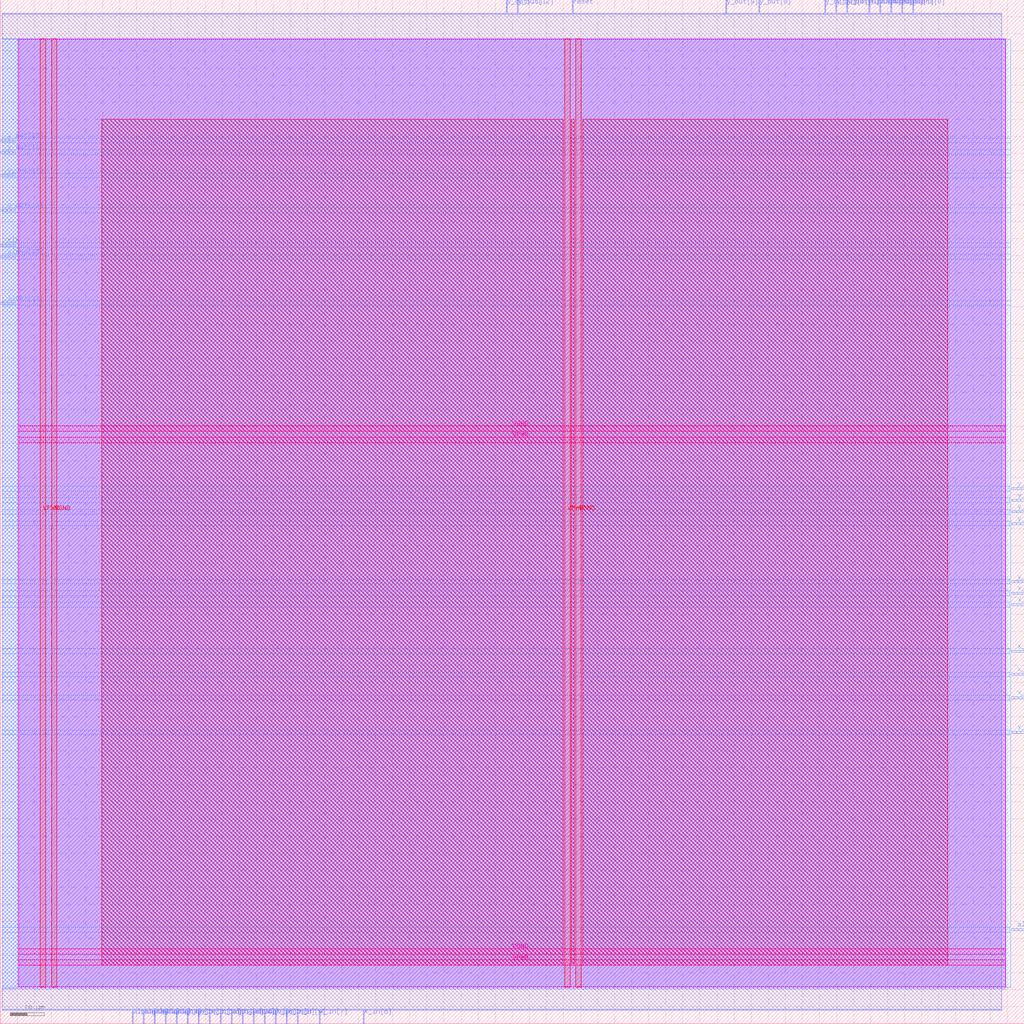
<source format=lef>
VERSION 5.7 ;
  NOWIREEXTENSIONATPIN ON ;
  DIVIDERCHAR "/" ;
  BUSBITCHARS "[]" ;
MACRO dynamic_noise_reduction
  CLASS BLOCK ;
  FOREIGN dynamic_noise_reduction ;
  ORIGIN 0.000 0.000 ;
  SIZE 300.000 BY 300.000 ;
  PIN VGND
    DIRECTION INOUT ;
    USE GROUND ;
    PORT
      LAYER met4 ;
        RECT 15.020 10.640 16.620 288.560 ;
    END
    PORT
      LAYER met4 ;
        RECT 168.620 10.640 170.220 288.560 ;
    END
    PORT
      LAYER met5 ;
        RECT 5.280 20.380 294.640 21.980 ;
    END
    PORT
      LAYER met5 ;
        RECT 5.280 173.560 294.640 175.160 ;
    END
  END VGND
  PIN VPWR
    DIRECTION INOUT ;
    USE POWER ;
    PORT
      LAYER met4 ;
        RECT 11.720 10.640 13.320 288.560 ;
    END
    PORT
      LAYER met4 ;
        RECT 165.320 10.640 166.920 288.560 ;
    END
    PORT
      LAYER met5 ;
        RECT 5.280 17.080 294.640 18.680 ;
    END
    PORT
      LAYER met5 ;
        RECT 5.280 170.260 294.640 171.860 ;
    END
  END VPWR
  PIN alpha[0]
    DIRECTION INPUT ;
    USE SIGNAL ;
    ANTENNAGATEAREA 0.990000 ;
    PORT
      LAYER met2 ;
        RECT 267.350 296.000 267.630 300.000 ;
    END
  END alpha[0]
  PIN alpha[10]
    DIRECTION INPUT ;
    USE SIGNAL ;
    ANTENNAGATEAREA 0.159000 ;
    PORT
      LAYER met3 ;
        RECT 0.000 224.440 4.000 225.040 ;
    END
  END alpha[10]
  PIN alpha[11]
    DIRECTION INPUT ;
    USE SIGNAL ;
    ANTENNAGATEAREA 0.196500 ;
    PORT
      LAYER met3 ;
        RECT 0.000 210.840 4.000 211.440 ;
    END
  END alpha[11]
  PIN alpha[12]
    DIRECTION INPUT ;
    USE SIGNAL ;
    ANTENNAGATEAREA 0.159000 ;
    PORT
      LAYER met2 ;
        RECT 41.950 0.000 42.230 4.000 ;
    END
  END alpha[12]
  PIN alpha[13]
    DIRECTION INPUT ;
    USE SIGNAL ;
    ANTENNAGATEAREA 0.196500 ;
    PORT
      LAYER met2 ;
        RECT 45.170 0.000 45.450 4.000 ;
    END
  END alpha[13]
  PIN alpha[14]
    DIRECTION INPUT ;
    USE SIGNAL ;
    ANTENNAGATEAREA 0.213000 ;
    PORT
      LAYER met2 ;
        RECT 48.390 0.000 48.670 4.000 ;
    END
  END alpha[14]
  PIN alpha[15]
    DIRECTION INPUT ;
    USE SIGNAL ;
    ANTENNAGATEAREA 0.196500 ;
    PORT
      LAYER met2 ;
        RECT 38.730 0.000 39.010 4.000 ;
    END
  END alpha[15]
  PIN alpha[1]
    DIRECTION INPUT ;
    USE SIGNAL ;
    ANTENNAGATEAREA 0.495000 ;
    PORT
      LAYER met2 ;
        RECT 264.130 296.000 264.410 300.000 ;
    END
  END alpha[1]
  PIN alpha[2]
    DIRECTION INPUT ;
    USE SIGNAL ;
    ANTENNAGATEAREA 0.247500 ;
    PORT
      LAYER met2 ;
        RECT 260.910 296.000 261.190 300.000 ;
    END
  END alpha[2]
  PIN alpha[3]
    DIRECTION INPUT ;
    USE SIGNAL ;
    ANTENNAGATEAREA 0.213000 ;
    PORT
      LAYER met2 ;
        RECT 257.690 296.000 257.970 300.000 ;
    END
  END alpha[3]
  PIN alpha[4]
    DIRECTION INPUT ;
    USE SIGNAL ;
    ANTENNAGATEAREA 0.196500 ;
    PORT
      LAYER met2 ;
        RECT 254.470 296.000 254.750 300.000 ;
    END
  END alpha[4]
  PIN alpha[5]
    DIRECTION INPUT ;
    USE SIGNAL ;
    ANTENNAGATEAREA 0.159000 ;
    PORT
      LAYER met3 ;
        RECT 296.000 27.240 300.000 27.840 ;
    END
  END alpha[5]
  PIN alpha[6]
    DIRECTION INPUT ;
    USE SIGNAL ;
    ANTENNAGATEAREA 0.159000 ;
    PORT
      LAYER met2 ;
        RECT 77.370 0.000 77.650 4.000 ;
    END
  END alpha[6]
  PIN alpha[7]
    DIRECTION INPUT ;
    USE SIGNAL ;
    ANTENNAGATEAREA 0.196500 ;
    PORT
      LAYER met2 ;
        RECT 74.150 0.000 74.430 4.000 ;
    END
  END alpha[7]
  PIN alpha[8]
    DIRECTION INPUT ;
    USE SIGNAL ;
    ANTENNAGATEAREA 0.159000 ;
    PORT
      LAYER met2 ;
        RECT 67.710 0.000 67.990 4.000 ;
    END
  END alpha[8]
  PIN alpha[9]
    DIRECTION INPUT ;
    USE SIGNAL ;
    ANTENNAGATEAREA 0.213000 ;
    PORT
      LAYER met2 ;
        RECT 51.610 0.000 51.890 4.000 ;
    END
  END alpha[9]
  PIN clk
    DIRECTION INPUT ;
    USE SIGNAL ;
    ANTENNAGATEAREA 0.852000 ;
    PORT
      LAYER met3 ;
        RECT 0.000 227.840 4.000 228.440 ;
    END
  END clk
  PIN reset
    DIRECTION INPUT ;
    USE SIGNAL ;
    ANTENNAGATEAREA 0.196500 ;
    PORT
      LAYER met2 ;
        RECT 167.530 296.000 167.810 300.000 ;
    END
  END reset
  PIN x_in[0]
    DIRECTION INPUT ;
    USE SIGNAL ;
    ANTENNAGATEAREA 0.126000 ;
    PORT
      LAYER met3 ;
        RECT 296.000 122.440 300.000 123.040 ;
    END
  END x_in[0]
  PIN x_in[10]
    DIRECTION INPUT ;
    USE SIGNAL ;
    ANTENNAGATEAREA 0.196500 ;
    PORT
      LAYER met2 ;
        RECT 54.830 0.000 55.110 4.000 ;
    END
  END x_in[10]
  PIN x_in[11]
    DIRECTION INPUT ;
    USE SIGNAL ;
    ANTENNAGATEAREA 0.196500 ;
    PORT
      LAYER met2 ;
        RECT 58.050 0.000 58.330 4.000 ;
    END
  END x_in[11]
  PIN x_in[12]
    DIRECTION INPUT ;
    USE SIGNAL ;
    ANTENNAGATEAREA 0.196500 ;
    PORT
      LAYER met2 ;
        RECT 61.270 0.000 61.550 4.000 ;
    END
  END x_in[12]
  PIN x_in[13]
    DIRECTION INPUT ;
    USE SIGNAL ;
    ANTENNAGATEAREA 0.196500 ;
    PORT
      LAYER met2 ;
        RECT 64.490 0.000 64.770 4.000 ;
    END
  END x_in[13]
  PIN x_in[14]
    DIRECTION INPUT ;
    USE SIGNAL ;
    ANTENNAGATEAREA 0.196500 ;
    PORT
      LAYER met2 ;
        RECT 70.930 0.000 71.210 4.000 ;
    END
  END x_in[14]
  PIN x_in[15]
    DIRECTION INPUT ;
    USE SIGNAL ;
    ANTENNAGATEAREA 0.196500 ;
    PORT
      LAYER met2 ;
        RECT 80.590 0.000 80.870 4.000 ;
    END
  END x_in[15]
  PIN x_in[1]
    DIRECTION INPUT ;
    USE SIGNAL ;
    ANTENNAGATEAREA 0.196500 ;
    PORT
      LAYER met3 ;
        RECT 296.000 125.840 300.000 126.440 ;
    END
  END x_in[1]
  PIN x_in[2]
    DIRECTION INPUT ;
    USE SIGNAL ;
    ANTENNAGATEAREA 0.196500 ;
    PORT
      LAYER met3 ;
        RECT 296.000 108.840 300.000 109.440 ;
    END
  END x_in[2]
  PIN x_in[3]
    DIRECTION INPUT ;
    USE SIGNAL ;
    ANTENNAGATEAREA 0.196500 ;
    PORT
      LAYER met3 ;
        RECT 296.000 102.040 300.000 102.640 ;
    END
  END x_in[3]
  PIN x_in[4]
    DIRECTION INPUT ;
    USE SIGNAL ;
    ANTENNAGATEAREA 0.196500 ;
    PORT
      LAYER met3 ;
        RECT 296.000 95.240 300.000 95.840 ;
    END
  END x_in[4]
  PIN x_in[5]
    DIRECTION INPUT ;
    USE SIGNAL ;
    ANTENNAGATEAREA 0.196500 ;
    PORT
      LAYER met3 ;
        RECT 296.000 85.040 300.000 85.640 ;
    END
  END x_in[5]
  PIN x_in[6]
    DIRECTION INPUT ;
    USE SIGNAL ;
    ANTENNAGATEAREA 0.196500 ;
    PORT
      LAYER met2 ;
        RECT 106.350 0.000 106.630 4.000 ;
    END
  END x_in[6]
  PIN x_in[7]
    DIRECTION INPUT ;
    USE SIGNAL ;
    ANTENNAGATEAREA 0.196500 ;
    PORT
      LAYER met2 ;
        RECT 93.470 0.000 93.750 4.000 ;
    END
  END x_in[7]
  PIN x_in[8]
    DIRECTION INPUT ;
    USE SIGNAL ;
    ANTENNAGATEAREA 0.196500 ;
    PORT
      LAYER met2 ;
        RECT 83.810 0.000 84.090 4.000 ;
    END
  END x_in[8]
  PIN x_in[9]
    DIRECTION INPUT ;
    USE SIGNAL ;
    ANTENNAGATEAREA 0.196500 ;
    PORT
      LAYER met2 ;
        RECT 87.030 0.000 87.310 4.000 ;
    END
  END x_in[9]
  PIN y_out[0]
    DIRECTION OUTPUT ;
    USE SIGNAL ;
    ANTENNADIFFAREA 0.445500 ;
    PORT
      LAYER met3 ;
        RECT 296.000 146.240 300.000 146.840 ;
    END
  END y_out[0]
  PIN y_out[10]
    DIRECTION OUTPUT ;
    USE SIGNAL ;
    ANTENNADIFFAREA 0.445500 ;
    PORT
      LAYER met3 ;
        RECT 0.000 258.440 4.000 259.040 ;
    END
  END y_out[10]
  PIN y_out[11]
    DIRECTION OUTPUT ;
    USE SIGNAL ;
    ANTENNADIFFAREA 0.445500 ;
    PORT
      LAYER met2 ;
        RECT 148.210 296.000 148.490 300.000 ;
    END
  END y_out[11]
  PIN y_out[12]
    DIRECTION OUTPUT ;
    USE SIGNAL ;
    ANTENNADIFFAREA 0.445500 ;
    PORT
      LAYER met2 ;
        RECT 151.430 296.000 151.710 300.000 ;
    END
  END y_out[12]
  PIN y_out[13]
    DIRECTION OUTPUT ;
    USE SIGNAL ;
    ANTENNADIFFAREA 0.445500 ;
    PORT
      LAYER met3 ;
        RECT 0.000 255.040 4.000 255.640 ;
    END
  END y_out[13]
  PIN y_out[14]
    DIRECTION OUTPUT ;
    USE SIGNAL ;
    ANTENNADIFFAREA 0.445500 ;
    PORT
      LAYER met3 ;
        RECT 0.000 248.240 4.000 248.840 ;
    END
  END y_out[14]
  PIN y_out[15]
    DIRECTION OUTPUT ;
    USE SIGNAL ;
    ANTENNADIFFAREA 0.445500 ;
    PORT
      LAYER met3 ;
        RECT 0.000 238.040 4.000 238.640 ;
    END
  END y_out[15]
  PIN y_out[1]
    DIRECTION OUTPUT ;
    USE SIGNAL ;
    ANTENNADIFFAREA 0.445500 ;
    PORT
      LAYER met3 ;
        RECT 296.000 129.240 300.000 129.840 ;
    END
  END y_out[1]
  PIN y_out[2]
    DIRECTION OUTPUT ;
    USE SIGNAL ;
    ANTENNADIFFAREA 0.445500 ;
    PORT
      LAYER met3 ;
        RECT 296.000 149.640 300.000 150.240 ;
    END
  END y_out[2]
  PIN y_out[3]
    DIRECTION OUTPUT ;
    USE SIGNAL ;
    ANTENNADIFFAREA 0.445500 ;
    PORT
      LAYER met3 ;
        RECT 296.000 153.040 300.000 153.640 ;
    END
  END y_out[3]
  PIN y_out[4]
    DIRECTION OUTPUT ;
    USE SIGNAL ;
    ANTENNADIFFAREA 0.445500 ;
    PORT
      LAYER met3 ;
        RECT 296.000 156.440 300.000 157.040 ;
    END
  END y_out[4]
  PIN y_out[5]
    DIRECTION OUTPUT ;
    USE SIGNAL ;
    ANTENNADIFFAREA 0.445500 ;
    PORT
      LAYER met2 ;
        RECT 248.030 296.000 248.310 300.000 ;
    END
  END y_out[5]
  PIN y_out[6]
    DIRECTION OUTPUT ;
    USE SIGNAL ;
    ANTENNADIFFAREA 0.445500 ;
    PORT
      LAYER met2 ;
        RECT 244.810 296.000 245.090 300.000 ;
    END
  END y_out[6]
  PIN y_out[7]
    DIRECTION OUTPUT ;
    USE SIGNAL ;
    ANTENNADIFFAREA 0.445500 ;
    PORT
      LAYER met2 ;
        RECT 241.590 296.000 241.870 300.000 ;
    END
  END y_out[7]
  PIN y_out[8]
    DIRECTION OUTPUT ;
    USE SIGNAL ;
    ANTENNADIFFAREA 0.445500 ;
    PORT
      LAYER met2 ;
        RECT 222.270 296.000 222.550 300.000 ;
    END
  END y_out[8]
  PIN y_out[9]
    DIRECTION OUTPUT ;
    USE SIGNAL ;
    ANTENNADIFFAREA 0.445500 ;
    PORT
      LAYER met2 ;
        RECT 212.610 296.000 212.890 300.000 ;
    END
  END y_out[9]
  OBS
      LAYER nwell ;
        RECT 5.330 10.795 294.590 288.405 ;
      LAYER li1 ;
        RECT 5.520 10.795 294.400 288.405 ;
      LAYER met1 ;
        RECT 0.530 10.240 294.400 288.560 ;
      LAYER met2 ;
        RECT 0.550 295.720 147.930 296.000 ;
        RECT 148.770 295.720 151.150 296.000 ;
        RECT 151.990 295.720 167.250 296.000 ;
        RECT 168.090 295.720 212.330 296.000 ;
        RECT 213.170 295.720 221.990 296.000 ;
        RECT 222.830 295.720 241.310 296.000 ;
        RECT 242.150 295.720 244.530 296.000 ;
        RECT 245.370 295.720 247.750 296.000 ;
        RECT 248.590 295.720 254.190 296.000 ;
        RECT 255.030 295.720 257.410 296.000 ;
        RECT 258.250 295.720 260.630 296.000 ;
        RECT 261.470 295.720 263.850 296.000 ;
        RECT 264.690 295.720 267.070 296.000 ;
        RECT 267.910 295.720 293.380 296.000 ;
        RECT 0.550 4.280 293.380 295.720 ;
        RECT 0.550 4.000 38.450 4.280 ;
        RECT 39.290 4.000 41.670 4.280 ;
        RECT 42.510 4.000 44.890 4.280 ;
        RECT 45.730 4.000 48.110 4.280 ;
        RECT 48.950 4.000 51.330 4.280 ;
        RECT 52.170 4.000 54.550 4.280 ;
        RECT 55.390 4.000 57.770 4.280 ;
        RECT 58.610 4.000 60.990 4.280 ;
        RECT 61.830 4.000 64.210 4.280 ;
        RECT 65.050 4.000 67.430 4.280 ;
        RECT 68.270 4.000 70.650 4.280 ;
        RECT 71.490 4.000 73.870 4.280 ;
        RECT 74.710 4.000 77.090 4.280 ;
        RECT 77.930 4.000 80.310 4.280 ;
        RECT 81.150 4.000 83.530 4.280 ;
        RECT 84.370 4.000 86.750 4.280 ;
        RECT 87.590 4.000 93.190 4.280 ;
        RECT 94.030 4.000 106.070 4.280 ;
        RECT 106.910 4.000 293.380 4.280 ;
      LAYER met3 ;
        RECT 0.525 259.440 296.000 288.485 ;
        RECT 4.400 258.040 296.000 259.440 ;
        RECT 0.525 256.040 296.000 258.040 ;
        RECT 4.400 254.640 296.000 256.040 ;
        RECT 0.525 249.240 296.000 254.640 ;
        RECT 4.400 247.840 296.000 249.240 ;
        RECT 0.525 239.040 296.000 247.840 ;
        RECT 4.400 237.640 296.000 239.040 ;
        RECT 0.525 228.840 296.000 237.640 ;
        RECT 4.400 227.440 296.000 228.840 ;
        RECT 0.525 225.440 296.000 227.440 ;
        RECT 4.400 224.040 296.000 225.440 ;
        RECT 0.525 211.840 296.000 224.040 ;
        RECT 4.400 210.440 296.000 211.840 ;
        RECT 0.525 157.440 296.000 210.440 ;
        RECT 0.525 156.040 295.600 157.440 ;
        RECT 0.525 154.040 296.000 156.040 ;
        RECT 0.525 152.640 295.600 154.040 ;
        RECT 0.525 150.640 296.000 152.640 ;
        RECT 0.525 149.240 295.600 150.640 ;
        RECT 0.525 147.240 296.000 149.240 ;
        RECT 0.525 145.840 295.600 147.240 ;
        RECT 0.525 130.240 296.000 145.840 ;
        RECT 0.525 128.840 295.600 130.240 ;
        RECT 0.525 126.840 296.000 128.840 ;
        RECT 0.525 125.440 295.600 126.840 ;
        RECT 0.525 123.440 296.000 125.440 ;
        RECT 0.525 122.040 295.600 123.440 ;
        RECT 0.525 109.840 296.000 122.040 ;
        RECT 0.525 108.440 295.600 109.840 ;
        RECT 0.525 103.040 296.000 108.440 ;
        RECT 0.525 101.640 295.600 103.040 ;
        RECT 0.525 96.240 296.000 101.640 ;
        RECT 0.525 94.840 295.600 96.240 ;
        RECT 0.525 86.040 296.000 94.840 ;
        RECT 0.525 84.640 295.600 86.040 ;
        RECT 0.525 28.240 296.000 84.640 ;
        RECT 0.525 26.840 295.600 28.240 ;
        RECT 0.525 10.715 296.000 26.840 ;
      LAYER met4 ;
        RECT 29.735 17.175 164.920 265.025 ;
        RECT 167.320 17.175 168.220 265.025 ;
        RECT 170.620 17.175 277.545 265.025 ;
  END
END dynamic_noise_reduction
END LIBRARY


</source>
